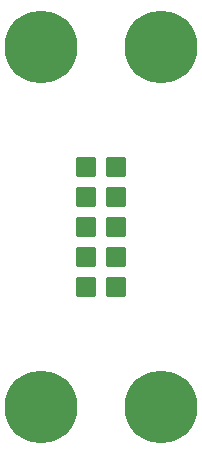
<source format=gbr>
%TF.GenerationSoftware,KiCad,Pcbnew,7.0.11+1*%
%TF.CreationDate,2024-06-05T20:24:41+00:00*%
%TF.ProjectId,GH4PIN01,47483450-494e-4303-912e-6b696361645f,rev?*%
%TF.SameCoordinates,Original*%
%TF.FileFunction,Soldermask,Top*%
%TF.FilePolarity,Negative*%
%FSLAX46Y46*%
G04 Gerber Fmt 4.6, Leading zero omitted, Abs format (unit mm)*
G04 Created by KiCad (PCBNEW 7.0.11+1) date 2024-06-05 20:24:41*
%MOMM*%
%LPD*%
G01*
G04 APERTURE LIST*
G04 Aperture macros list*
%AMRoundRect*
0 Rectangle with rounded corners*
0 $1 Rounding radius*
0 $2 $3 $4 $5 $6 $7 $8 $9 X,Y pos of 4 corners*
0 Add a 4 corners polygon primitive as box body*
4,1,4,$2,$3,$4,$5,$6,$7,$8,$9,$2,$3,0*
0 Add four circle primitives for the rounded corners*
1,1,$1+$1,$2,$3*
1,1,$1+$1,$4,$5*
1,1,$1+$1,$6,$7*
1,1,$1+$1,$8,$9*
0 Add four rect primitives between the rounded corners*
20,1,$1+$1,$2,$3,$4,$5,0*
20,1,$1+$1,$4,$5,$6,$7,0*
20,1,$1+$1,$6,$7,$8,$9,0*
20,1,$1+$1,$8,$9,$2,$3,0*%
G04 Aperture macros list end*
%ADD10C,6.160000*%
%ADD11RoundRect,0.080000X-0.762000X-0.762000X0.762000X-0.762000X0.762000X0.762000X-0.762000X0.762000X0*%
G04 APERTURE END LIST*
D10*
%TO.C,M2*%
X20320001Y40640000D03*
%TD*%
%TO.C,M4*%
X20320001Y10160000D03*
%TD*%
%TO.C,M3*%
X10160001Y10160000D03*
%TD*%
%TO.C,M1*%
X10160001Y40640000D03*
%TD*%
D11*
%TO.C,J3*%
X13970001Y30480000D03*
X16510001Y30480000D03*
X13970001Y27940000D03*
X16510001Y27940000D03*
X13970001Y25400000D03*
X16510001Y25400000D03*
X13970001Y22860000D03*
X16510001Y22860000D03*
X13970001Y20320000D03*
X16510001Y20320000D03*
%TD*%
M02*

</source>
